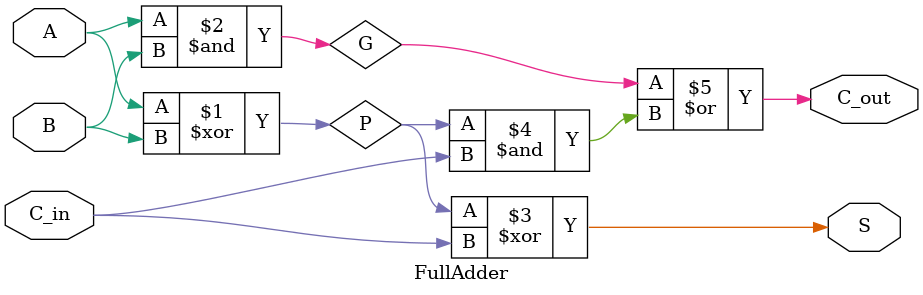
<source format=sv>
`timescale 1ns / 1ps


module FullAdder(
        input logic A, B, C_in,
        output logic S, C_out);
        
    //Internal Conn.
    logic P, G;
    
    //Output internal stage
    assign P = A ^ B;
    assign G = A & B;
    
    //Outputs
    assign S = P ^ C_in;
    assign C_out = G | (P & C_in); 
endmodule

</source>
